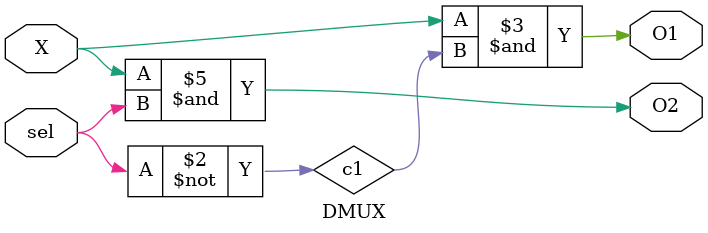
<source format=sv>
module DMUX(
  output O1, O2,
  input X, sel
);
  
  wire c1,c2,c3;
  
  //NOT sel
  nand(c1, sel, sel);
  
  nand(c2, X, c1);
  nand(c3, X, sel);
  
  nand(O1, c2,c2);
  nand(O2, c3,c3);
  
endmodule
</source>
